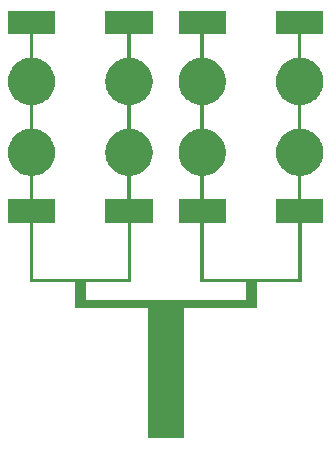
<source format=gbr>
G04 =======================================* 
G04 File Format: RS-274X * 
G04 Date:        July 16 2024 * 
G04 Time:        11:30:25 * 
G04 =======================================* 
G04 Format description *** 
G04 Code:          ASCII * 
G04 Unit:          Millimeter * 
G04 Coordinates:   Absolut * 
G04 Digits:        3.3-format * 
G04 Zeros skipped: Leading zeros omitted * 
G04 =======================================* 
%FSLAX33Y33*%
%MOMM*%
G90*
G71*
%LPD*%
G36*
G01X-1535Y-20000D02*
G01X1535Y-20000D01*
G01X1535Y-9000D01*
G01X7700Y-9000D01*
G01X7700Y-6780D01*
G01X11525Y-6780D01*
G01X11525Y-1780D01*
G01X13325Y-1780D01*
G01X13325Y220D01*
G01X11475Y220D01*
G01X11475Y2226D01*
G01X11575Y2235D01*
G01X11699Y2255D01*
G01X11822Y2282D01*
G01X11943Y2317D01*
G01X12061Y2360D01*
G01X12176Y2410D01*
G01X12288Y2467D01*
G01X12396Y2531D01*
G01X12500Y2601D01*
G01X12599Y2678D01*
G01X12694Y2762D01*
G01X12782Y2850D01*
G01X12866Y2945D01*
G01X12943Y3044D01*
G01X13013Y3148D01*
G01X13077Y3256D01*
G01X13134Y3368D01*
G01X13184Y3483D01*
G01X13227Y3601D01*
G01X13262Y3722D01*
G01X13289Y3845D01*
G01X13309Y3969D01*
G01X13321Y4094D01*
G01X13325Y4220D01*
G01X13321Y4345D01*
G01X13309Y4470D01*
G01X13289Y4594D01*
G01X13262Y4717D01*
G01X13227Y4838D01*
G01X13184Y4956D01*
G01X13134Y5071D01*
G01X13077Y5183D01*
G01X13013Y5291D01*
G01X12943Y5395D01*
G01X12866Y5494D01*
G01X12782Y5589D01*
G01X12694Y5677D01*
G01X12599Y5761D01*
G01X12500Y5838D01*
G01X12396Y5908D01*
G01X12288Y5972D01*
G01X12176Y6029D01*
G01X12061Y6079D01*
G01X11943Y6122D01*
G01X11822Y6157D01*
G01X11699Y6184D01*
G01X11575Y6204D01*
G01X11475Y6213D01*
G01X11475Y8226D01*
G01X11575Y8235D01*
G01X11699Y8255D01*
G01X11822Y8282D01*
G01X11943Y8317D01*
G01X12061Y8360D01*
G01X12176Y8410D01*
G01X12288Y8467D01*
G01X12396Y8531D01*
G01X12500Y8601D01*
G01X12599Y8678D01*
G01X12694Y8762D01*
G01X12782Y8850D01*
G01X12866Y8945D01*
G01X12943Y9044D01*
G01X13013Y9148D01*
G01X13077Y9256D01*
G01X13134Y9368D01*
G01X13184Y9483D01*
G01X13227Y9601D01*
G01X13262Y9722D01*
G01X13289Y9845D01*
G01X13309Y9969D01*
G01X13321Y10094D01*
G01X13325Y10220D01*
G01X13321Y10345D01*
G01X13309Y10470D01*
G01X13289Y10594D01*
G01X13262Y10717D01*
G01X13227Y10838D01*
G01X13184Y10956D01*
G01X13134Y11071D01*
G01X13077Y11183D01*
G01X13013Y11291D01*
G01X12943Y11395D01*
G01X12866Y11494D01*
G01X12782Y11589D01*
G01X12694Y11677D01*
G01X12599Y11761D01*
G01X12500Y11838D01*
G01X12396Y11908D01*
G01X12288Y11972D01*
G01X12176Y12029D01*
G01X12061Y12079D01*
G01X11943Y12122D01*
G01X11822Y12157D01*
G01X11699Y12184D01*
G01X11575Y12204D01*
G01X11475Y12213D01*
G01X11475Y14220D01*
G01X13325Y14220D01*
G01X13325Y16220D01*
G01X9325Y16220D01*
G01X9325Y14220D01*
G01X11175Y14220D01*
G01X11175Y12213D01*
G01X11074Y12204D01*
G01X10950Y12184D01*
G01X10827Y12157D01*
G01X10706Y12122D01*
G01X10588Y12079D01*
G01X10473Y12029D01*
G01X10361Y11972D01*
G01X10253Y11908D01*
G01X10149Y11838D01*
G01X10050Y11761D01*
G01X9955Y11677D01*
G01X9867Y11589D01*
G01X9783Y11494D01*
G01X9706Y11395D01*
G01X9636Y11291D01*
G01X9572Y11183D01*
G01X9515Y11071D01*
G01X9465Y10956D01*
G01X9422Y10838D01*
G01X9387Y10717D01*
G01X9360Y10594D01*
G01X9340Y10470D01*
G01X9328Y10345D01*
G01X9325Y10220D01*
G01X9328Y10094D01*
G01X9340Y9969D01*
G01X9360Y9845D01*
G01X9387Y9722D01*
G01X9422Y9601D01*
G01X9465Y9483D01*
G01X9515Y9368D01*
G01X9572Y9256D01*
G01X9636Y9148D01*
G01X9706Y9044D01*
G01X9783Y8945D01*
G01X9867Y8850D01*
G01X9955Y8762D01*
G01X10050Y8678D01*
G01X10149Y8601D01*
G01X10253Y8531D01*
G01X10361Y8467D01*
G01X10473Y8410D01*
G01X10588Y8360D01*
G01X10706Y8317D01*
G01X10827Y8282D01*
G01X10950Y8255D01*
G01X11074Y8235D01*
G01X11175Y8226D01*
G01X11175Y6213D01*
G01X11074Y6204D01*
G01X10950Y6184D01*
G01X10827Y6157D01*
G01X10706Y6122D01*
G01X10588Y6079D01*
G01X10473Y6029D01*
G01X10361Y5972D01*
G01X10253Y5908D01*
G01X10149Y5838D01*
G01X10050Y5761D01*
G01X9955Y5677D01*
G01X9867Y5589D01*
G01X9783Y5494D01*
G01X9706Y5395D01*
G01X9636Y5291D01*
G01X9572Y5183D01*
G01X9515Y5071D01*
G01X9465Y4956D01*
G01X9422Y4838D01*
G01X9387Y4717D01*
G01X9360Y4594D01*
G01X9340Y4470D01*
G01X9328Y4345D01*
G01X9325Y4220D01*
G01X9328Y4094D01*
G01X9340Y3969D01*
G01X9360Y3845D01*
G01X9387Y3722D01*
G01X9422Y3601D01*
G01X9465Y3483D01*
G01X9515Y3368D01*
G01X9572Y3256D01*
G01X9636Y3148D01*
G01X9706Y3044D01*
G01X9783Y2945D01*
G01X9867Y2850D01*
G01X9955Y2762D01*
G01X10050Y2678D01*
G01X10149Y2601D01*
G01X10253Y2531D01*
G01X10361Y2467D01*
G01X10473Y2410D01*
G01X10588Y2360D01*
G01X10706Y2317D01*
G01X10827Y2282D01*
G01X10950Y2255D01*
G01X11074Y2235D01*
G01X11175Y2226D01*
G01X11175Y220D01*
G01X9325Y220D01*
G01X9325Y-1780D01*
G01X11225Y-1780D01*
G01X11225Y-6480D01*
G01X3225Y-6480D01*
G01X3225Y-1780D01*
G01X5075Y-1780D01*
G01X5075Y220D01*
G01X3225Y220D01*
G01X3225Y2226D01*
G01X3325Y2235D01*
G01X3449Y2255D01*
G01X3572Y2282D01*
G01X3693Y2317D01*
G01X3811Y2360D01*
G01X3926Y2410D01*
G01X4038Y2467D01*
G01X4146Y2531D01*
G01X4250Y2601D01*
G01X4349Y2678D01*
G01X4444Y2762D01*
G01X4532Y2850D01*
G01X4616Y2945D01*
G01X4693Y3044D01*
G01X4763Y3148D01*
G01X4827Y3256D01*
G01X4884Y3368D01*
G01X4934Y3483D01*
G01X4977Y3601D01*
G01X5012Y3722D01*
G01X5039Y3845D01*
G01X5059Y3969D01*
G01X5071Y4094D01*
G01X5075Y4220D01*
G01X5071Y4345D01*
G01X5059Y4470D01*
G01X5039Y4594D01*
G01X5012Y4717D01*
G01X4977Y4838D01*
G01X4934Y4956D01*
G01X4884Y5071D01*
G01X4827Y5183D01*
G01X4763Y5291D01*
G01X4693Y5395D01*
G01X4616Y5494D01*
G01X4532Y5589D01*
G01X4444Y5677D01*
G01X4349Y5761D01*
G01X4250Y5838D01*
G01X4146Y5908D01*
G01X4038Y5972D01*
G01X3926Y6029D01*
G01X3811Y6079D01*
G01X3693Y6122D01*
G01X3572Y6157D01*
G01X3449Y6184D01*
G01X3325Y6204D01*
G01X3225Y6213D01*
G01X3225Y8226D01*
G01X3325Y8235D01*
G01X3449Y8255D01*
G01X3572Y8282D01*
G01X3693Y8317D01*
G01X3811Y8360D01*
G01X3926Y8410D01*
G01X4038Y8467D01*
G01X4146Y8531D01*
G01X4250Y8601D01*
G01X4349Y8678D01*
G01X4444Y8762D01*
G01X4532Y8850D01*
G01X4616Y8945D01*
G01X4693Y9044D01*
G01X4763Y9148D01*
G01X4827Y9256D01*
G01X4884Y9368D01*
G01X4934Y9483D01*
G01X4977Y9601D01*
G01X5012Y9722D01*
G01X5039Y9845D01*
G01X5059Y9969D01*
G01X5071Y10094D01*
G01X5075Y10220D01*
G01X5071Y10345D01*
G01X5059Y10470D01*
G01X5039Y10594D01*
G01X5012Y10717D01*
G01X4977Y10838D01*
G01X4934Y10956D01*
G01X4884Y11071D01*
G01X4827Y11183D01*
G01X4763Y11291D01*
G01X4693Y11395D01*
G01X4616Y11494D01*
G01X4532Y11589D01*
G01X4444Y11677D01*
G01X4349Y11761D01*
G01X4250Y11838D01*
G01X4146Y11908D01*
G01X4038Y11972D01*
G01X3926Y12029D01*
G01X3811Y12079D01*
G01X3693Y12122D01*
G01X3572Y12157D01*
G01X3449Y12184D01*
G01X3325Y12204D01*
G01X3225Y12213D01*
G01X3225Y14220D01*
G01X5075Y14220D01*
G01X5075Y16220D01*
G01X1075Y16220D01*
G01X1075Y14220D01*
G01X2925Y14220D01*
G01X2925Y12213D01*
G01X2824Y12204D01*
G01X2700Y12184D01*
G01X2577Y12157D01*
G01X2456Y12122D01*
G01X2338Y12079D01*
G01X2223Y12029D01*
G01X2111Y11972D01*
G01X2003Y11908D01*
G01X1899Y11838D01*
G01X1800Y11761D01*
G01X1705Y11677D01*
G01X1617Y11589D01*
G01X1533Y11494D01*
G01X1456Y11395D01*
G01X1386Y11291D01*
G01X1322Y11183D01*
G01X1265Y11071D01*
G01X1215Y10956D01*
G01X1172Y10838D01*
G01X1137Y10717D01*
G01X1110Y10594D01*
G01X1090Y10470D01*
G01X1078Y10345D01*
G01X1075Y10220D01*
G01X1078Y10094D01*
G01X1090Y9969D01*
G01X1110Y9845D01*
G01X1137Y9722D01*
G01X1172Y9601D01*
G01X1215Y9483D01*
G01X1265Y9368D01*
G01X1322Y9256D01*
G01X1386Y9148D01*
G01X1456Y9044D01*
G01X1533Y8945D01*
G01X1617Y8850D01*
G01X1705Y8762D01*
G01X1800Y8678D01*
G01X1899Y8601D01*
G01X2003Y8531D01*
G01X2111Y8467D01*
G01X2223Y8410D01*
G01X2338Y8360D01*
G01X2456Y8317D01*
G01X2577Y8282D01*
G01X2700Y8255D01*
G01X2824Y8235D01*
G01X2925Y8226D01*
G01X2925Y6213D01*
G01X2824Y6204D01*
G01X2700Y6184D01*
G01X2577Y6157D01*
G01X2456Y6122D01*
G01X2338Y6079D01*
G01X2223Y6029D01*
G01X2111Y5972D01*
G01X2003Y5908D01*
G01X1899Y5838D01*
G01X1800Y5761D01*
G01X1705Y5677D01*
G01X1617Y5589D01*
G01X1533Y5494D01*
G01X1456Y5395D01*
G01X1386Y5291D01*
G01X1322Y5183D01*
G01X1265Y5071D01*
G01X1215Y4956D01*
G01X1172Y4838D01*
G01X1137Y4717D01*
G01X1110Y4594D01*
G01X1090Y4470D01*
G01X1078Y4345D01*
G01X1075Y4220D01*
G01X1078Y4094D01*
G01X1090Y3969D01*
G01X1110Y3845D01*
G01X1137Y3722D01*
G01X1172Y3601D01*
G01X1215Y3483D01*
G01X1265Y3368D01*
G01X1322Y3256D01*
G01X1386Y3148D01*
G01X1456Y3044D01*
G01X1533Y2945D01*
G01X1617Y2850D01*
G01X1705Y2762D01*
G01X1800Y2678D01*
G01X1899Y2601D01*
G01X2003Y2531D01*
G01X2111Y2467D01*
G01X2223Y2410D01*
G01X2338Y2360D01*
G01X2456Y2317D01*
G01X2577Y2282D01*
G01X2700Y2255D01*
G01X2824Y2235D01*
G01X2925Y2226D01*
G01X2925Y220D01*
G01X1075Y220D01*
G01X1075Y-1780D01*
G01X2925Y-1780D01*
G01X2925Y-6780D01*
G01X6750Y-6780D01*
G01X6750Y-8300D01*
G01X-6750Y-8300D01*
G01X-6750Y-6780D01*
G01X-2925Y-6780D01*
G01X-2925Y-1780D01*
G01X-1125Y-1780D01*
G01X-1125Y220D01*
G01X-2975Y220D01*
G01X-2975Y2226D01*
G01X-2874Y2235D01*
G01X-2750Y2255D01*
G01X-2627Y2282D01*
G01X-2506Y2317D01*
G01X-2388Y2360D01*
G01X-2273Y2410D01*
G01X-2161Y2467D01*
G01X-2053Y2531D01*
G01X-1949Y2601D01*
G01X-1850Y2678D01*
G01X-1755Y2762D01*
G01X-1667Y2850D01*
G01X-1583Y2945D01*
G01X-1506Y3044D01*
G01X-1436Y3148D01*
G01X-1372Y3256D01*
G01X-1315Y3368D01*
G01X-1265Y3483D01*
G01X-1222Y3601D01*
G01X-1187Y3722D01*
G01X-1160Y3845D01*
G01X-1140Y3969D01*
G01X-1128Y4094D01*
G01X-1125Y4220D01*
G01X-1128Y4345D01*
G01X-1140Y4470D01*
G01X-1160Y4594D01*
G01X-1187Y4717D01*
G01X-1222Y4838D01*
G01X-1265Y4956D01*
G01X-1315Y5071D01*
G01X-1372Y5183D01*
G01X-1436Y5291D01*
G01X-1506Y5395D01*
G01X-1583Y5494D01*
G01X-1667Y5589D01*
G01X-1755Y5677D01*
G01X-1850Y5761D01*
G01X-1949Y5838D01*
G01X-2053Y5908D01*
G01X-2161Y5972D01*
G01X-2273Y6029D01*
G01X-2388Y6079D01*
G01X-2506Y6122D01*
G01X-2627Y6157D01*
G01X-2750Y6184D01*
G01X-2874Y6204D01*
G01X-2975Y6213D01*
G01X-2975Y8226D01*
G01X-2874Y8235D01*
G01X-2750Y8255D01*
G01X-2627Y8282D01*
G01X-2506Y8317D01*
G01X-2388Y8360D01*
G01X-2273Y8410D01*
G01X-2161Y8467D01*
G01X-2053Y8531D01*
G01X-1949Y8601D01*
G01X-1850Y8678D01*
G01X-1755Y8762D01*
G01X-1667Y8850D01*
G01X-1583Y8945D01*
G01X-1506Y9044D01*
G01X-1436Y9148D01*
G01X-1372Y9256D01*
G01X-1315Y9368D01*
G01X-1265Y9483D01*
G01X-1222Y9601D01*
G01X-1187Y9722D01*
G01X-1160Y9845D01*
G01X-1140Y9969D01*
G01X-1128Y10094D01*
G01X-1125Y10220D01*
G01X-1128Y10345D01*
G01X-1140Y10470D01*
G01X-1160Y10594D01*
G01X-1187Y10717D01*
G01X-1222Y10838D01*
G01X-1265Y10956D01*
G01X-1315Y11071D01*
G01X-1372Y11183D01*
G01X-1436Y11291D01*
G01X-1506Y11395D01*
G01X-1583Y11494D01*
G01X-1667Y11589D01*
G01X-1755Y11677D01*
G01X-1850Y11761D01*
G01X-1949Y11838D01*
G01X-2053Y11908D01*
G01X-2161Y11972D01*
G01X-2273Y12029D01*
G01X-2388Y12079D01*
G01X-2506Y12122D01*
G01X-2627Y12157D01*
G01X-2750Y12184D01*
G01X-2874Y12204D01*
G01X-2975Y12213D01*
G01X-2975Y14220D01*
G01X-1125Y14220D01*
G01X-1125Y16220D01*
G01X-5125Y16220D01*
G01X-5125Y14220D01*
G01X-3275Y14220D01*
G01X-3275Y12213D01*
G01X-3375Y12204D01*
G01X-3499Y12184D01*
G01X-3622Y12157D01*
G01X-3743Y12122D01*
G01X-3861Y12079D01*
G01X-3976Y12029D01*
G01X-4088Y11972D01*
G01X-4196Y11908D01*
G01X-4300Y11838D01*
G01X-4399Y11761D01*
G01X-4494Y11677D01*
G01X-4582Y11589D01*
G01X-4666Y11494D01*
G01X-4743Y11395D01*
G01X-4813Y11291D01*
G01X-4877Y11183D01*
G01X-4934Y11071D01*
G01X-4984Y10956D01*
G01X-5027Y10838D01*
G01X-5062Y10717D01*
G01X-5089Y10594D01*
G01X-5109Y10470D01*
G01X-5121Y10345D01*
G01X-5125Y10220D01*
G01X-5121Y10094D01*
G01X-5109Y9969D01*
G01X-5089Y9845D01*
G01X-5062Y9722D01*
G01X-5027Y9601D01*
G01X-4984Y9483D01*
G01X-4934Y9368D01*
G01X-4877Y9256D01*
G01X-4813Y9148D01*
G01X-4743Y9044D01*
G01X-4666Y8945D01*
G01X-4582Y8850D01*
G01X-4494Y8762D01*
G01X-4399Y8678D01*
G01X-4300Y8601D01*
G01X-4196Y8531D01*
G01X-4088Y8467D01*
G01X-3976Y8410D01*
G01X-3861Y8360D01*
G01X-3743Y8317D01*
G01X-3622Y8282D01*
G01X-3499Y8255D01*
G01X-3375Y8235D01*
G01X-3275Y8226D01*
G01X-3275Y6213D01*
G01X-3375Y6204D01*
G01X-3499Y6184D01*
G01X-3622Y6157D01*
G01X-3743Y6122D01*
G01X-3861Y6079D01*
G01X-3976Y6029D01*
G01X-4088Y5972D01*
G01X-4196Y5908D01*
G01X-4300Y5838D01*
G01X-4399Y5761D01*
G01X-4494Y5677D01*
G01X-4582Y5589D01*
G01X-4666Y5494D01*
G01X-4743Y5395D01*
G01X-4813Y5291D01*
G01X-4877Y5183D01*
G01X-4934Y5071D01*
G01X-4984Y4956D01*
G01X-5027Y4838D01*
G01X-5062Y4717D01*
G01X-5089Y4594D01*
G01X-5109Y4470D01*
G01X-5121Y4345D01*
G01X-5125Y4220D01*
G01X-5121Y4094D01*
G01X-5109Y3969D01*
G01X-5089Y3845D01*
G01X-5062Y3722D01*
G01X-5027Y3601D01*
G01X-4984Y3483D01*
G01X-4934Y3368D01*
G01X-4877Y3256D01*
G01X-4813Y3148D01*
G01X-4743Y3044D01*
G01X-4666Y2945D01*
G01X-4582Y2850D01*
G01X-4494Y2762D01*
G01X-4399Y2678D01*
G01X-4300Y2601D01*
G01X-4196Y2531D01*
G01X-4088Y2467D01*
G01X-3976Y2410D01*
G01X-3861Y2360D01*
G01X-3743Y2317D01*
G01X-3622Y2282D01*
G01X-3499Y2255D01*
G01X-3375Y2235D01*
G01X-3275Y2226D01*
G01X-3275Y220D01*
G01X-5125Y220D01*
G01X-5125Y-1780D01*
G01X-3225Y-1780D01*
G01X-3225Y-6480D01*
G01X-11225Y-6480D01*
G01X-11225Y-1780D01*
G01X-9375Y-1780D01*
G01X-9375Y220D01*
G01X-11225Y220D01*
G01X-11225Y2226D01*
G01X-11124Y2235D01*
G01X-11000Y2255D01*
G01X-10877Y2282D01*
G01X-10756Y2317D01*
G01X-10638Y2360D01*
G01X-10523Y2410D01*
G01X-10411Y2467D01*
G01X-10303Y2531D01*
G01X-10199Y2601D01*
G01X-10100Y2678D01*
G01X-10005Y2762D01*
G01X-9917Y2850D01*
G01X-9833Y2945D01*
G01X-9756Y3044D01*
G01X-9686Y3148D01*
G01X-9622Y3256D01*
G01X-9565Y3368D01*
G01X-9515Y3483D01*
G01X-9472Y3601D01*
G01X-9437Y3722D01*
G01X-9410Y3845D01*
G01X-9390Y3969D01*
G01X-9378Y4094D01*
G01X-9375Y4220D01*
G01X-9378Y4345D01*
G01X-9390Y4470D01*
G01X-9410Y4594D01*
G01X-9437Y4717D01*
G01X-9472Y4838D01*
G01X-9515Y4956D01*
G01X-9565Y5071D01*
G01X-9622Y5183D01*
G01X-9686Y5291D01*
G01X-9756Y5395D01*
G01X-9833Y5494D01*
G01X-9917Y5589D01*
G01X-10005Y5677D01*
G01X-10100Y5761D01*
G01X-10199Y5838D01*
G01X-10303Y5908D01*
G01X-10411Y5972D01*
G01X-10523Y6029D01*
G01X-10638Y6079D01*
G01X-10756Y6122D01*
G01X-10877Y6157D01*
G01X-11000Y6184D01*
G01X-11124Y6204D01*
G01X-11225Y6213D01*
G01X-11225Y8226D01*
G01X-11124Y8235D01*
G01X-11000Y8255D01*
G01X-10877Y8282D01*
G01X-10756Y8317D01*
G01X-10638Y8360D01*
G01X-10523Y8410D01*
G01X-10411Y8467D01*
G01X-10303Y8531D01*
G01X-10199Y8601D01*
G01X-10100Y8678D01*
G01X-10005Y8762D01*
G01X-9917Y8850D01*
G01X-9833Y8945D01*
G01X-9756Y9044D01*
G01X-9686Y9148D01*
G01X-9622Y9256D01*
G01X-9565Y9368D01*
G01X-9515Y9483D01*
G01X-9472Y9601D01*
G01X-9437Y9722D01*
G01X-9410Y9845D01*
G01X-9390Y9969D01*
G01X-9378Y10094D01*
G01X-9375Y10220D01*
G01X-9378Y10345D01*
G01X-9390Y10470D01*
G01X-9410Y10594D01*
G01X-9437Y10717D01*
G01X-9472Y10838D01*
G01X-9515Y10956D01*
G01X-9565Y11071D01*
G01X-9622Y11183D01*
G01X-9686Y11291D01*
G01X-9756Y11395D01*
G01X-9833Y11494D01*
G01X-9917Y11589D01*
G01X-10005Y11677D01*
G01X-10100Y11761D01*
G01X-10199Y11838D01*
G01X-10303Y11908D01*
G01X-10411Y11972D01*
G01X-10523Y12029D01*
G01X-10638Y12079D01*
G01X-10756Y12122D01*
G01X-10877Y12157D01*
G01X-11000Y12184D01*
G01X-11124Y12204D01*
G01X-11225Y12213D01*
G01X-11225Y14220D01*
G01X-9375Y14220D01*
G01X-9375Y16220D01*
G01X-13375Y16220D01*
G01X-13375Y14220D01*
G01X-11525Y14220D01*
G01X-11525Y12213D01*
G01X-11625Y12204D01*
G01X-11749Y12184D01*
G01X-11872Y12157D01*
G01X-11993Y12122D01*
G01X-12111Y12079D01*
G01X-12226Y12029D01*
G01X-12338Y11972D01*
G01X-12446Y11908D01*
G01X-12550Y11838D01*
G01X-12649Y11761D01*
G01X-12744Y11677D01*
G01X-12832Y11589D01*
G01X-12916Y11494D01*
G01X-12993Y11395D01*
G01X-13063Y11291D01*
G01X-13127Y11183D01*
G01X-13184Y11071D01*
G01X-13234Y10956D01*
G01X-13277Y10838D01*
G01X-13312Y10717D01*
G01X-13339Y10594D01*
G01X-13359Y10470D01*
G01X-13371Y10345D01*
G01X-13375Y10220D01*
G01X-13371Y10094D01*
G01X-13359Y9969D01*
G01X-13339Y9845D01*
G01X-13312Y9722D01*
G01X-13277Y9601D01*
G01X-13234Y9483D01*
G01X-13184Y9368D01*
G01X-13127Y9256D01*
G01X-13063Y9148D01*
G01X-12993Y9044D01*
G01X-12916Y8945D01*
G01X-12832Y8850D01*
G01X-12744Y8762D01*
G01X-12649Y8678D01*
G01X-12550Y8601D01*
G01X-12446Y8531D01*
G01X-12338Y8467D01*
G01X-12226Y8410D01*
G01X-12111Y8360D01*
G01X-11993Y8317D01*
G01X-11872Y8282D01*
G01X-11749Y8255D01*
G01X-11625Y8235D01*
G01X-11525Y8226D01*
G01X-11525Y6213D01*
G01X-11625Y6204D01*
G01X-11749Y6184D01*
G01X-11872Y6157D01*
G01X-11993Y6122D01*
G01X-12111Y6079D01*
G01X-12226Y6029D01*
G01X-12338Y5972D01*
G01X-12446Y5908D01*
G01X-12550Y5838D01*
G01X-12649Y5761D01*
G01X-12744Y5677D01*
G01X-12832Y5589D01*
G01X-12916Y5494D01*
G01X-12993Y5395D01*
G01X-13063Y5291D01*
G01X-13127Y5183D01*
G01X-13184Y5071D01*
G01X-13234Y4956D01*
G01X-13277Y4838D01*
G01X-13312Y4717D01*
G01X-13339Y4594D01*
G01X-13359Y4470D01*
G01X-13371Y4345D01*
G01X-13375Y4220D01*
G01X-13371Y4094D01*
G01X-13359Y3969D01*
G01X-13339Y3845D01*
G01X-13312Y3722D01*
G01X-13277Y3601D01*
G01X-13234Y3483D01*
G01X-13184Y3368D01*
G01X-13127Y3256D01*
G01X-13063Y3148D01*
G01X-12993Y3044D01*
G01X-12916Y2945D01*
G01X-12832Y2850D01*
G01X-12744Y2762D01*
G01X-12649Y2678D01*
G01X-12550Y2601D01*
G01X-12446Y2531D01*
G01X-12338Y2467D01*
G01X-12226Y2410D01*
G01X-12111Y2360D01*
G01X-11993Y2317D01*
G01X-11872Y2282D01*
G01X-11749Y2255D01*
G01X-11625Y2235D01*
G01X-11525Y2226D01*
G01X-11525Y220D01*
G01X-13375Y220D01*
G01X-13375Y-1780D01*
G01X-11525Y-1780D01*
G01X-11525Y-6780D01*
G01X-7700Y-6780D01*
G01X-7700Y-9000D01*
G01X-1535Y-9000D01*
G37*
M02* 
G04 End Of Gerber File* 

</source>
